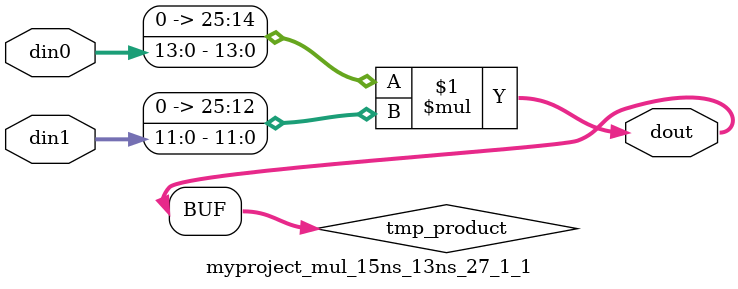
<source format=v>

`timescale 1 ns / 1 ps

  module myproject_mul_15ns_13ns_27_1_1(din0, din1, dout);
parameter ID = 1;
parameter NUM_STAGE = 0;
parameter din0_WIDTH = 14;
parameter din1_WIDTH = 12;
parameter dout_WIDTH = 26;

input [din0_WIDTH - 1 : 0] din0; 
input [din1_WIDTH - 1 : 0] din1; 
output [dout_WIDTH - 1 : 0] dout;

wire signed [dout_WIDTH - 1 : 0] tmp_product;










assign tmp_product = $signed({1'b0, din0}) * $signed({1'b0, din1});











assign dout = tmp_product;







endmodule

</source>
